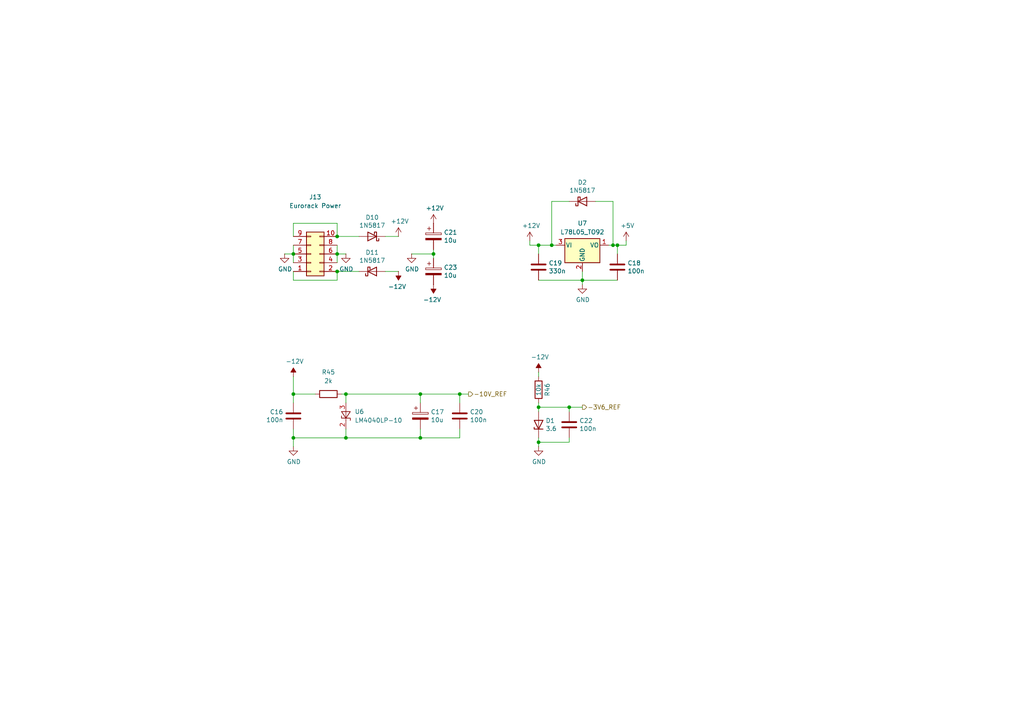
<source format=kicad_sch>
(kicad_sch (version 20231120) (generator "eeschema") (generator_version "8.0")
  (paper "A4")
  (title_block (title "Power") (date "2024-09-14") (rev "v0.1") (company "Sluisbrinkie"))
  (lib_symbols
    (symbol "Connector_Generic:Conn_02x05_Odd_Even" (pin_names (offset 1.016) hide)
      (property "Reference" "J" (at 1.27 7.62 0))
      (property "Value" "Conn_02x05_Odd_Even" (at 1.27 -7.62 0))
      (symbol "Conn_02x05_Odd_Even_1_1"
        (rectangle (start -1.27 -4.953) (end 0 -5.207) (stroke (width 0.1524)))
        (rectangle (start -1.27 -2.413) (end 0 -2.667) (stroke (width 0.1524)))
        (rectangle (start -1.27 0.127) (end 0 -0.127) (stroke (width 0.1524)))
        (rectangle (start -1.27 2.667) (end 0 2.413) (stroke (width 0.1524)))
        (rectangle (start -1.27 5.207) (end 0 4.953) (stroke (width 0.1524)))
        (rectangle (start -1.27 6.35) (end 3.81 -6.35) (stroke (width 0.254)) (fill (type background)))
        (rectangle (start 3.81 -4.953) (end 2.54 -5.207) (stroke (width 0.1524)))
        (rectangle (start 3.81 -2.413) (end 2.54 -2.667) (stroke (width 0.1524)))
        (rectangle (start 3.81 0.127) (end 2.54 -0.127) (stroke (width 0.1524)))
        (rectangle (start 3.81 2.667) (end 2.54 2.413) (stroke (width 0.1524)))
        (rectangle (start 3.81 5.207) (end 2.54 4.953) (stroke (width 0.1524)))
        (pin passive line (at -5.08 5.08 0) (length 3.81) (name "Pin_1") (number "1"))
        (pin passive line (at 7.62 -5.08 180) (length 3.81) (name "Pin_10") (number "10"))
        (pin passive line (at 7.62 5.08 180) (length 3.81) (name "Pin_2") (number "2"))
        (pin passive line (at -5.08 2.54 0) (length 3.81) (name "Pin_3") (number "3"))
        (pin passive line (at 7.62 2.54 180) (length 3.81) (name "Pin_4") (number "4"))
        (pin passive line (at -5.08 0 0) (length 3.81) (name "Pin_5") (number "5"))
        (pin passive line (at 7.62 0 180) (length 3.81) (name "Pin_6") (number "6"))
        (pin passive line (at -5.08 -2.54 0) (length 3.81) (name "Pin_7") (number "7"))
        (pin passive line (at 7.62 -2.54 180) (length 3.81) (name "Pin_8") (number "8"))
        (pin passive line (at -5.08 -5.08 0) (length 3.81) (name "Pin_9") (number "9"))
      )
    )
    (symbol "Device:C" (pin_numbers hide) (pin_names (offset 0.254))
      (property "Reference" "C" (at 0.635 2.54 0))
      (property "Value" "C" (at 0.635 -2.54 0))
      (symbol "C_0_1"
        (polyline (pts (xy -2.032 -0.762) (xy 2.032 -0.762)) (stroke (width 0.508)))
        (polyline (pts (xy -2.032 0.762) (xy 2.032 0.762)) (stroke (width 0.508)))
      )
      (symbol "C_1_1"
        (pin passive line (at 0 3.81 270) (length 2.794) (name "~") (number "1"))
        (pin passive line (at 0 -3.81 90) (length 2.794) (name "~") (number "2"))
      )
    )
    (symbol "Device:D_Zener" (pin_numbers hide) (pin_names (offset 1.016) hide)
      (property "Reference" "D" (at 0 2.54 0))
      (property "Value" "D_Zener" (at 0 -2.54 0))
      (symbol "D_Zener_0_1"
        (polyline (pts (xy 1.27 0) (xy -1.27 0)))
        (polyline (pts (xy -1.27 -1.27) (xy -1.27 1.27) (xy -0.762 1.27)) (stroke (width 0.254)))
        (polyline (pts (xy 1.27 -1.27) (xy 1.27 1.27) (xy -1.27 0) (xy 1.27 -1.27)) (stroke (width 0.254)))
      )
      (symbol "D_Zener_1_1"
        (pin passive line (at -3.81 0 0) (length 2.54) (name "K") (number "1"))
        (pin passive line (at 3.81 0 180) (length 2.54) (name "A") (number "2"))
      )
    )
    (symbol "Device:R" (pin_numbers hide) (pin_names (offset 0))
      (property "Reference" "R" (at 2.032 0 90))
      (property "Value" "R" (at 0 0 90))
      (symbol "R_0_1"
        (rectangle (start -1.016 -2.54) (end 1.016 2.54) (stroke (width 0.254)))
      )
      (symbol "R_1_1"
        (pin passive line (at 0 3.81 270) (length 1.27) (name "~") (number "1"))
        (pin passive line (at 0 -3.81 90) (length 1.27) (name "~") (number "2"))
      )
    )
    (symbol "Diode:1N5817" (pin_numbers hide) (pin_names (offset 1.016) hide)
      (property "Reference" "D" (at 0 2.54 0))
      (property "Value" "1N5817" (at 0 -2.54 0))
      (symbol "1N5817_0_1"
        (polyline (pts (xy 1.27 0) (xy -1.27 0)))
        (polyline (pts (xy 1.27 1.27) (xy 1.27 -1.27) (xy -1.27 0) (xy 1.27 1.27)) (stroke (width 0.254)))
        (polyline (pts (xy -1.905 0.635) (xy -1.905 1.27) (xy -1.27 1.27) (xy -1.27 -1.27) (xy -0.635 -1.27) (xy -0.635 -0.635)) (stroke (width 0.254)))
      )
      (symbol "1N5817_1_1"
        (pin passive line (at -3.81 0 0) (length 2.54) (name "K") (number "1"))
        (pin passive line (at 3.81 0 180) (length 2.54) (name "A") (number "2"))
      )
    )
    (symbol "PCM_Capacitor_AKL:CP_Radial_D8.0mm_P3.50mm" (pin_numbers hide) (pin_names (offset 0.254))
      (property "Reference" "C" (at 0.635 2.54 0))
      (property "Value" "CP_Radial_D8.0mm_P3.50mm" (at 0.635 -2.54 0))
      (symbol "CP_Radial_D8.0mm_P3.50mm_0_1"
        (rectangle (start -2.286 1.016) (end 2.286 0.508))
        (polyline (pts (xy -1.778 2.286) (xy -0.762 2.286)))
        (polyline (pts (xy -1.27 2.794) (xy -1.27 1.778)))
        (rectangle (start 2.286 -0.508) (end -2.286 -1.016) (fill (type outline)))
      )
      (symbol "CP_Radial_D8.0mm_P3.50mm_0_2"
        (polyline (pts (xy -2.54 -2.54) (xy -0.6604 -0.6604)))
        (polyline (pts (xy 0 2.032) (xy 1.016 2.032)))
        (polyline (pts (xy 0.508 2.54) (xy 0.508 1.524)))
        (polyline (pts (xy 0.6604 0.6604) (xy 2.54 2.54)))
        (polyline (pts (xy -1.8796 0.6096) (xy 0.6096 -1.8796) (xy 0.9652 -1.524) (xy -1.524 0.9652) (xy -1.8796 0.6096)) (fill (type outline)))
        (polyline (pts (xy -0.9652 1.524) (xy 1.524 -0.9652) (xy 1.8796 -0.6096) (xy -0.6096 1.8796) (xy -0.9652 1.524)))
      )
      (symbol "CP_Radial_D8.0mm_P3.50mm_1_1"
        (pin passive line (at 0 3.81 270) (length 2.794) (name "~") (number "1"))
        (pin passive line (at 0 -3.81 90) (length 2.794) (name "~") (number "2"))
      )
      (symbol "CP_Radial_D8.0mm_P3.50mm_1_2"
        (pin passive line (at 2.54 2.54 270) (length 0) (name "~") (number "1"))
        (pin passive line (at -2.54 -2.54 90) (length 0) (name "~") (number "2"))
      )
    )
    (symbol "Reference_Voltage:LM4040LP-10" (pin_names (offset 0.0254) hide)
      (property "Reference" "U" (at 0 2.54 0))
      (property "Value" "LM4040LP-10" (at 0 -3.175 0))
      (symbol "LM4040LP-10_0_1"
        (polyline (pts (xy -1.27 0) (xy 0 0) (xy 1.27 0)))
        (polyline (pts (xy -1.27 -1.27) (xy 0.635 0) (xy -1.27 1.27) (xy -1.27 -1.27)) (stroke (width 0.2032)))
        (polyline (pts (xy 0 -1.27) (xy 0.635 -1.27) (xy 0.635 1.27) (xy 1.27 1.27)) (stroke (width 0.2032)))
      )
      (symbol "LM4040LP-10_1_1"
        (pin no_connect line (at -1.27 0 0) (length 2.54) hide (name "NC") (number "1"))
        (pin passive line (at 3.81 0 180) (length 2.54) (name "K") (number "2"))
        (pin passive line (at -3.81 0 0) (length 2.54) (name "A") (number "3"))
      )
    )
    (symbol "Regulator_Linear:L78L05_TO92" (pin_names (offset 0.254))
      (property "Reference" "U" (at -3.81 3.175 0))
      (property "Value" "L78L05_TO92" (at 0 3.175 0))
      (symbol "L78L05_TO92_0_1"
        (rectangle (start -5.08 -5.08) (end 5.08 1.905) (stroke (width 0.254)) (fill (type background)))
      )
      (symbol "L78L05_TO92_1_1"
        (pin power_out line (at 7.62 0 180) (length 2.54) (name "VO") (number "1"))
        (pin power_in line (at 0 -7.62 90) (length 2.54) (name "GND") (number "2"))
        (pin power_in line (at -7.62 0 0) (length 2.54) (name "VI") (number "3"))
      )
    )
    (symbol "power:+12V" (power) (pin_numbers hide) (pin_names (offset 0) hide)
      (property "Value" "+12V" (at 0 3.556 0))
      (symbol "+12V_0_1"
        (polyline (pts (xy -0.762 1.27) (xy 0 2.54)))
        (polyline (pts (xy 0 0) (xy 0 2.54)))
        (polyline (pts (xy 0 2.54) (xy 0.762 1.27)))
      )
      (symbol "+12V_1_1"
        (pin power_in line (at 0 0 90) (length 0) (name "~") (number "1"))
      )
    )
    (symbol "power:+5V" (power) (pin_numbers hide) (pin_names (offset 0) hide)
      (property "Value" "+5V" (at 0 3.556 0))
      (symbol "+5V_0_1"
        (polyline (pts (xy -0.762 1.27) (xy 0 2.54)))
        (polyline (pts (xy 0 0) (xy 0 2.54)))
        (polyline (pts (xy 0 2.54) (xy 0.762 1.27)))
      )
      (symbol "+5V_1_1"
        (pin power_in line (at 0 0 90) (length 0) (name "~") (number "1"))
      )
    )
    (symbol "power:-12V" (power) (pin_numbers hide) (pin_names (offset 0) hide)
      (property "Value" "-12V" (at 0 3.556 0))
      (symbol "-12V_0_0"
        (pin power_in line (at 0 0 90) (length 0) (name "~") (number "1"))
      )
      (symbol "-12V_0_1"
        (polyline (pts (xy 0 0) (xy 0 1.27) (xy 0.762 1.27) (xy 0 2.54) (xy -0.762 1.27) (xy 0 1.27)) (fill (type outline)))
      )
    )
    (symbol "power:GND" (power) (pin_numbers hide) (pin_names (offset 0) hide)
      (property "Value" "GND" (at 0 -3.81 0))
      (symbol "GND_0_1"
        (polyline (pts (xy 0 0) (xy 0 -1.27) (xy 1.27 -1.27) (xy 0 -2.54) (xy -1.27 -1.27) (xy 0 -1.27)))
      )
      (symbol "GND_1_1"
        (pin power_in line (at 0 0 270) (length 0) (name "~") (number "1"))
      )
    )
  )
  (junction (at 133.35 114.3))
  (junction (at 177.8 71.12))
  (junction (at 156.21 118.11))
  (junction (at 97.79 73.66))
  (junction (at 125.73 73.66))
  (junction (at 85.09 127))
  (junction (at 97.79 78.74))
  (junction (at 100.33 127))
  (junction (at 156.21 128.27))
  (junction (at 85.09 114.3))
  (junction (at 100.33 114.3))
  (junction (at 97.79 68.58))
  (junction (at 121.92 127))
  (junction (at 121.92 114.3))
  (junction (at 179.07 71.12))
  (junction (at 160.02 71.12))
  (junction (at 165.1 118.11))
  (junction (at 156.21 71.12))
  (junction (at 168.91 81.28))
  (junction (at 85.09 73.66))
  (wire (pts (xy 119.38 73.66) (xy 125.73 73.66)))
  (wire (pts (xy 100.33 114.3) (xy 121.92 114.3)))
  (wire (pts (xy 181.61 69.85) (xy 181.61 71.12)))
  (wire (pts (xy 100.33 114.3) (xy 100.33 116.84)))
  (wire (pts (xy 133.35 124.46) (xy 133.35 127)))
  (wire (pts (xy 160.02 58.42) (xy 160.02 71.12)))
  (wire (pts (xy 156.21 119.38) (xy 156.21 118.11)))
  (wire (pts (xy 111.76 78.74) (xy 115.57 78.74)))
  (wire (pts (xy 156.21 81.28) (xy 168.91 81.28)))
  (wire (pts (xy 85.09 114.3) (xy 91.44 114.3)))
  (wire (pts (xy 125.73 73.66) (xy 125.73 74.93)))
  (wire (pts (xy 85.09 68.58) (xy 85.09 64.77)))
  (wire (pts (xy 156.21 128.27) (xy 165.1 128.27)))
  (wire (pts (xy 97.79 73.66) (xy 97.79 76.2)))
  (wire (pts (xy 85.09 81.28) (xy 97.79 81.28)))
  (wire (pts (xy 165.1 128.27) (xy 165.1 127)))
  (wire (pts (xy 181.61 71.12) (xy 179.07 71.12)))
  (wire (pts (xy 100.33 124.46) (xy 100.33 127)))
  (wire (pts (xy 121.92 114.3) (xy 121.92 116.84)))
  (wire (pts (xy 165.1 58.42) (xy 160.02 58.42)))
  (wire (pts (xy 156.21 116.84) (xy 156.21 118.11)))
  (wire (pts (xy 156.21 118.11) (xy 165.1 118.11)))
  (wire (pts (xy 97.79 64.77) (xy 97.79 68.58)))
  (wire (pts (xy 179.07 71.12) (xy 179.07 73.66)))
  (wire (pts (xy 133.35 114.3) (xy 135.89 114.3)))
  (wire (pts (xy 121.92 127) (xy 100.33 127)))
  (wire (pts (xy 85.09 124.46) (xy 85.09 127)))
  (wire (pts (xy 168.91 81.28) (xy 179.07 81.28)))
  (wire (pts (xy 85.09 127) (xy 85.09 129.54)))
  (wire (pts (xy 160.02 71.12) (xy 161.29 71.12)))
  (wire (pts (xy 85.09 71.12) (xy 85.09 73.66)))
  (wire (pts (xy 121.92 124.46) (xy 121.92 127)))
  (wire (pts (xy 168.91 78.74) (xy 168.91 81.28)))
  (wire (pts (xy 85.09 114.3) (xy 85.09 116.84)))
  (wire (pts (xy 99.06 114.3) (xy 100.33 114.3)))
  (wire (pts (xy 85.09 78.74) (xy 85.09 81.28)))
  (wire (pts (xy 176.53 71.12) (xy 177.8 71.12)))
  (wire (pts (xy 177.8 71.12) (xy 177.8 58.42)))
  (wire (pts (xy 121.92 114.3) (xy 133.35 114.3)))
  (wire (pts (xy 115.57 68.58) (xy 111.76 68.58)))
  (wire (pts (xy 85.09 109.22) (xy 85.09 114.3)))
  (wire (pts (xy 85.09 73.66) (xy 85.09 76.2)))
  (wire (pts (xy 156.21 129.54) (xy 156.21 128.27)))
  (wire (pts (xy 125.73 73.66) (xy 125.73 72.39)))
  (wire (pts (xy 165.1 118.11) (xy 168.91 118.11)))
  (wire (pts (xy 133.35 114.3) (xy 133.35 116.84)))
  (wire (pts (xy 177.8 71.12) (xy 179.07 71.12)))
  (wire (pts (xy 153.67 71.12) (xy 156.21 71.12)))
  (wire (pts (xy 156.21 71.12) (xy 160.02 71.12)))
  (wire (pts (xy 97.79 78.74) (xy 104.14 78.74)))
  (wire (pts (xy 100.33 127) (xy 85.09 127)))
  (wire (pts (xy 85.09 64.77) (xy 97.79 64.77)))
  (wire (pts (xy 165.1 119.38) (xy 165.1 118.11)))
  (wire (pts (xy 156.21 127) (xy 156.21 128.27)))
  (wire (pts (xy 156.21 73.66) (xy 156.21 71.12)))
  (wire (pts (xy 82.55 73.66) (xy 85.09 73.66)))
  (wire (pts (xy 156.21 107.95) (xy 156.21 109.22)))
  (wire (pts (xy 100.33 73.66) (xy 97.79 73.66)))
  (wire (pts (xy 172.72 58.42) (xy 177.8 58.42)))
  (wire (pts (xy 153.67 69.85) (xy 153.67 71.12)))
  (wire (pts (xy 97.79 81.28) (xy 97.79 78.74)))
  (wire (pts (xy 168.91 82.55) (xy 168.91 81.28)))
  (wire (pts (xy 97.79 71.12) (xy 97.79 73.66)))
  (wire (pts (xy 133.35 127) (xy 121.92 127)))
  (wire (pts (xy 97.79 68.58) (xy 104.14 68.58)))
  (hierarchical_label "-10V_REF" (shape output) (at 135.89 114.3 0))
  (hierarchical_label "-3V6_REF" (shape output) (at 168.91 118.11 0))
  (symbol (lib_id "Device:D_Zener") (at 156.21 123.19 90) (unit 1)
    (property "Reference" "D1" (at 158.242 122.0216 90) (effects (justify right)))
    (property "Value" "3.6" (at 158.242 124.333 90) (effects (justify right)))
    (property "Footprint" "Diode_THT:D_DO-35_SOD27_P7.62mm_Horizontal" (effects (hide yes)))
  )
  (symbol (lib_id "power:-12V") (at 115.57 78.74 180) (unit 1)
    (property "Reference" "#PWR062" (effects (hide yes)))
    (property "Value" "-12V" (at 115.189 83.1342 0))
  )
  (symbol (lib_id "Diode:1N5817") (at 107.95 78.74 0) (mirror x) (unit 1)
    (property "Reference" "D11" (at 107.95 73.2282 0))
    (property "Value" "1N5817" (at 107.95 75.5396 0))
    (property "Footprint" "Diode_THT:D_DO-41_SOD81_P10.16mm_Horizontal" (effects (hide yes)))
    (property "Datasheet" "http://www.vishay.com/docs/88525/1n5817.pdf" (effects (hide yes)))
  )
  (symbol (lib_id "power:GND") (at 156.21 129.54 0) (unit 1)
    (property "Reference" "#PWR068" (effects (hide yes)))
    (property "Value" "GND" (at 156.337 133.9342 0))
  )
  (symbol (lib_id "Device:R") (at 156.21 113.03 180) (unit 1)
    (property "Reference" "R46" (at 158.75 113.03 90))
    (property "Value" "10k" (at 156.21 113.03 90))
    (property "Footprint" "Resistor_THT:R_Axial_DIN0207_L6.3mm_D2.5mm_P7.62mm_Horizontal" (effects (hide yes)))
  )
  (symbol (lib_id "Diode:1N5817") (at 168.91 58.42 0) (mirror x) (unit 1)
    (property "Reference" "D2" (at 168.91 52.9082 0))
    (property "Value" "1N5817" (at 168.91 55.2196 0))
    (property "Footprint" "Diode_THT:D_DO-41_SOD81_P10.16mm_Horizontal" (effects (hide yes)))
    (property "Datasheet" "http://www.vishay.com/docs/88525/1n5817.pdf" (effects (hide yes)))
  )
  (symbol (lib_id "power:GND") (at 168.91 82.55 0) (unit 1)
    (property "Reference" "#PWR069" (effects (hide yes)))
    (property "Value" "GND" (at 169.037 86.9442 0))
  )
  (symbol (lib_id "Regulator_Linear:L78L05_TO92") (at 168.91 71.12 0) (unit 1)
    (property "Reference" "U7" (at 168.91 64.77 0))
    (property "Value" "L78L05_TO92" (at 168.91 67.31 0))
    (property "Footprint" "Package_TO_SOT_THT:TO-92L_Inline_Wide" (effects (hide yes)))
    (property "Datasheet" "http://www.st.com/content/ccc/resource/technical/document/datasheet/15/55/e5/aa/23/5b/43/fd/CD00000446.pdf/files/CD00000446.pdf/jcr:content/translations/en.CD00000446.pdf" (effects (hide yes)))
    (property "Description" "Positive 100mA 30V Linear Regulator, Fixed Output 5V, TO-92" (effects (hide yes)))
  )
  (symbol (lib_id "Device:C") (at 156.21 77.47 0) (unit 1)
    (property "Reference" "C19" (at 159.131 76.3016 0) (effects (justify left)))
    (property "Value" "330n" (at 159.131 78.613 0) (effects (justify left)))
    (property "Footprint" "Capacitor_THT:C_Rect_L10.0mm_W4.0mm_P7.50mm_MKS4" (effects (hide yes)))
  )
  (symbol (lib_id "PCM_Capacitor_AKL:CP_Radial_D8.0mm_P3.50mm") (at 121.92 120.65 0) (unit 1)
    (property "Reference" "C17" (at 124.9172 119.4816 0) (effects (justify left)))
    (property "Value" "10u" (at 124.9172 121.793 0) (effects (justify left)))
    (property "Footprint" "Capacitor_THT:CP_Radial_D8.0mm_P3.50mm" (effects (hide yes)))
  )
  (symbol (lib_id "Device:R") (at 95.25 114.3 90) (unit 1)
    (property "Reference" "R45" (at 95.25 107.95 90))
    (property "Value" "2k" (at 95.25 110.49 90))
    (property "Footprint" "Resistor_THT:R_Axial_DIN0207_L6.3mm_D2.5mm_P7.62mm_Horizontal" (effects (hide yes)))
    (property "Description" "Resistor" (effects (hide yes)))
  )
  (symbol (lib_id "Reference_Voltage:LM4040LP-10") (at 100.33 120.65 270) (unit 1)
    (property "Reference" "U6" (at 102.87 119.3799 90) (effects (justify left)))
    (property "Value" "LM4040LP-10" (at 102.87 121.9199 90) (effects (justify left)))
    (property "Footprint" "Package_TO_SOT_THT:TO-92_Inline_Wide" (effects (hide yes)))
    (property "Datasheet" "http://www.ti.com/lit/ds/symlink/lm4040-n.pdf" (effects (hide yes)))
    (property "Description" "10.00V Precision Micropower Shunt Voltage Reference, TO-92" (effects (hide yes)))
  )
  (symbol (lib_id "power:+12V") (at 115.57 68.58 0) (unit 1)
    (property "Reference" "#PWR061" (effects (hide yes)))
    (property "Value" "+12V" (at 115.951 64.1858 0))
  )
  (symbol (lib_id "Device:C") (at 165.1 123.19 0) (unit 1)
    (property "Reference" "C22" (at 168.021 122.0216 0) (effects (justify left)))
    (property "Value" "100n" (at 168.021 124.333 0) (effects (justify left)))
    (property "Footprint" "Capacitor_THT:C_Rect_L10.0mm_W4.0mm_P7.50mm_MKS4" (effects (hide yes)))
  )
  (symbol (lib_id "Diode:1N5817") (at 107.95 68.58 180) (unit 1)
    (property "Reference" "D10" (at 107.95 63.0682 0))
    (property "Value" "1N5817" (at 107.95 65.3796 0))
    (property "Footprint" "Diode_THT:D_DO-41_SOD81_P10.16mm_Horizontal" (effects (hide yes)))
    (property "Datasheet" "http://www.vishay.com/docs/88525/1n5817.pdf" (effects (hide yes)))
  )
  (symbol (lib_id "Device:C") (at 179.07 77.47 0) (unit 1)
    (property "Reference" "C18" (at 181.991 76.3016 0) (effects (justify left)))
    (property "Value" "100n" (at 181.991 78.613 0) (effects (justify left)))
    (property "Footprint" "Capacitor_THT:C_Rect_L10.0mm_W4.0mm_P7.50mm_MKS4" (effects (hide yes)))
  )
  (symbol (lib_id "power:GND") (at 85.09 129.54 0) (unit 1)
    (property "Reference" "#PWR059" (effects (hide yes)))
    (property "Value" "GND" (at 85.217 133.9342 0))
  )
  (symbol (lib_id "power:+5V") (at 181.61 69.85 0) (unit 1)
    (property "Reference" "#PWR070" (effects (hide yes)))
    (property "Value" "+5V" (at 181.991 65.4558 0))
  )
  (symbol (lib_id "power:-12V") (at 156.21 107.95 0) (unit 1)
    (property "Reference" "#PWR067" (effects (hide yes)))
    (property "Value" "-12V" (at 156.591 103.5558 0))
  )
  (symbol (lib_id "Connector_Generic:Conn_02x05_Odd_Even") (at 90.17 73.66 0) (mirror x) (unit 1)
    (property "Reference" "J13" (at 91.44 57.15 0))
    (property "Value" "Eurorack Power" (at 91.44 59.69 0))
    (property "Footprint" "Connector_IDC:IDC-Header_2x05_P2.54mm_Vertical" (effects (hide yes)))
  )
  (symbol (lib_id "power:+12V") (at 153.67 69.85 0) (unit 1)
    (property "Reference" "#PWR066" (effects (hide yes)))
    (property "Value" "+12V" (at 154.051 65.4558 0))
  )
  (symbol (lib_id "PCM_Capacitor_AKL:CP_Radial_D8.0mm_P3.50mm") (at 125.73 78.74 0) (unit 1)
    (property "Reference" "C23" (at 128.7272 77.5716 0) (effects (justify left)))
    (property "Value" "10u" (at 128.7272 79.883 0) (effects (justify left)))
    (property "Footprint" "Capacitor_THT:CP_Radial_D8.0mm_P3.50mm" (effects (hide yes)))
  )
  (symbol (lib_id "power:-12V") (at 125.73 82.55 180) (unit 1)
    (property "Reference" "#PWR065" (effects (hide yes)))
    (property "Value" "-12V" (at 125.349 86.9442 0))
  )
  (symbol (lib_id "Device:C") (at 85.09 120.65 0) (mirror y) (unit 1)
    (property "Reference" "C16" (at 82.169 119.4816 0) (effects (justify left)))
    (property "Value" "100n" (at 82.169 121.793 0) (effects (justify left)))
    (property "Footprint" "Capacitor_THT:C_Rect_L10.0mm_W4.0mm_P7.50mm_MKS4" (effects (hide yes)))
  )
  (symbol (lib_id "power:GND") (at 82.55 73.66 0) (unit 1)
    (property "Reference" "#PWR057" (effects (hide yes)))
    (property "Value" "GND" (at 82.677 78.0542 0))
  )
  (symbol (lib_id "PCM_Capacitor_AKL:CP_Radial_D8.0mm_P3.50mm") (at 125.73 68.58 0) (unit 1)
    (property "Reference" "C21" (at 128.7272 67.4116 0) (effects (justify left)))
    (property "Value" "10u" (at 128.7272 69.723 0) (effects (justify left)))
    (property "Footprint" "Capacitor_THT:CP_Radial_D8.0mm_P3.50mm" (effects (hide yes)))
  )
  (symbol (lib_id "power:GND") (at 100.33 73.66 0) (unit 1)
    (property "Reference" "#PWR060" (effects (hide yes)))
    (property "Value" "GND" (at 100.457 78.0542 0))
  )
  (symbol (lib_id "power:-12V") (at 85.09 109.22 0) (unit 1)
    (property "Reference" "#PWR058" (effects (hide yes)))
    (property "Value" "-12V" (at 85.471 104.8258 0))
  )
  (symbol (lib_id "Device:C") (at 133.35 120.65 0) (unit 1)
    (property "Reference" "C20" (at 136.271 119.4816 0) (effects (justify left)))
    (property "Value" "100n" (at 136.271 121.793 0) (effects (justify left)))
    (property "Footprint" "Capacitor_THT:C_Rect_L10.0mm_W4.0mm_P7.50mm_MKS4" (effects (hide yes)))
  )
  (symbol (lib_id "power:GND") (at 119.38 73.66 0) (unit 1)
    (property "Reference" "#PWR063" (effects (hide yes)))
    (property "Value" "GND" (at 119.507 78.0542 0))
  )
  (symbol (lib_id "power:+12V") (at 125.73 64.77 0) (unit 1)
    (property "Reference" "#PWR064" (effects (hide yes)))
    (property "Value" "+12V" (at 126.111 60.3758 0))
  )
)
</source>
